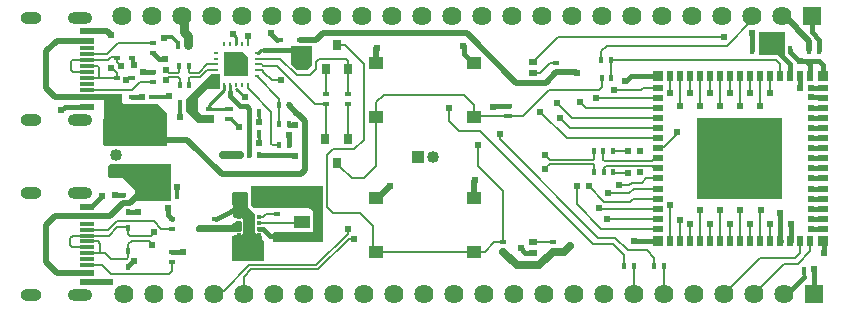
<source format=gtl>
G04*
G04 #@! TF.GenerationSoftware,Altium Limited,Altium Designer,24.7.2 (38)*
G04*
G04 Layer_Physical_Order=1*
G04 Layer_Color=255*
%FSLAX25Y25*%
%MOIN*%
G70*
G04*
G04 #@! TF.SameCoordinates,4F91C874-3C4E-4DED-96D1-C94EC6773432*
G04*
G04*
G04 #@! TF.FilePolarity,Positive*
G04*
G01*
G75*
%ADD13C,0.00600*%
%ADD18R,0.02165X0.01772*%
%ADD19R,0.05118X0.04331*%
%ADD20R,0.01772X0.02165*%
%ADD21R,0.02756X0.02362*%
%ADD22R,0.02756X0.01378*%
%ADD23R,0.01378X0.02756*%
%ADD24R,0.00984X0.01575*%
%ADD25R,0.05512X0.03937*%
%ADD26R,0.01575X0.01181*%
%ADD27R,0.01575X0.00984*%
%ADD28R,0.01575X0.01890*%
%ADD29R,0.01890X0.01575*%
%ADD30R,0.03150X0.03543*%
%ADD31R,0.04921X0.02362*%
%ADD32R,0.04921X0.01181*%
%ADD33R,0.05118X0.05118*%
%ADD34R,0.03543X0.01968*%
%ADD35R,0.01968X0.03543*%
%ADD36R,0.03543X0.03543*%
%ADD53C,0.01500*%
%AMCUSTOMSHAPE61*
4,1,5,0.01870,0.03248,0.01870,-0.03248,-0.01870,-0.03248,-0.01870,0.02500,-0.01122,0.03248,0.01870,0.03248,0.0*%
%ADD61CUSTOMSHAPE61*%

%AMCUSTOMSHAPE62*
4,1,5,-0.03937,-0.03937,-0.03937,0.03937,0.02362,0.03937,0.03937,0.02362,0.03937,-0.03937,-0.03937,-0.03937,0.0*%
%ADD62CUSTOMSHAPE62*%

%AMCUSTOMSHAPE63*
4,1,5,-0.02559,-0.02559,-0.02559,0.02559,0.00000,0.02559,0.02559,0.00000,0.02559,-0.02559,-0.02559,-0.02559,0.0*%
%ADD63CUSTOMSHAPE63*%

%ADD64C,0.00603*%
%ADD65C,0.02000*%
%ADD66C,0.01001*%
%ADD67C,0.01200*%
%ADD68C,0.01400*%
%ADD69C,0.01600*%
%ADD70C,0.01700*%
%ADD71C,0.02500*%
%ADD72C,0.03000*%
%ADD73C,0.00623*%
%ADD74R,0.06400X0.06400*%
%ADD75C,0.06400*%
%ADD76O,0.07087X0.03937*%
%ADD77O,0.08268X0.03937*%
%ADD78C,0.04000*%
%ADD79R,0.04000X0.04000*%
%ADD80R,0.04000X0.04000*%
%ADD81C,0.02400*%
G36*
X259900Y84100D02*
X251100D01*
Y91800D01*
X259900D01*
Y84100D01*
D02*
G37*
G36*
X102100Y80700D02*
X100700Y79300D01*
X97275D01*
X95400Y81174D01*
Y87000D01*
X102100D01*
Y80700D01*
D02*
G37*
G36*
X71500Y73037D02*
X71118Y72782D01*
X71036Y72700D01*
X67300D01*
X64200Y69600D01*
Y65137D01*
X65540Y64300D01*
X65817D01*
Y64189D01*
X69500D01*
Y61500D01*
X64200D01*
X60200Y65600D01*
X60200Y69500D01*
X68600Y77900D01*
X71500D01*
Y73037D01*
D02*
G37*
G36*
X38900Y71100D02*
Y68400D01*
X39630Y67670D01*
X50980Y67720D01*
X53800Y64900D01*
Y53900D01*
X33124D01*
X32701Y54325D01*
X32798Y71277D01*
X38723D01*
X38900Y71100D01*
D02*
G37*
G36*
X259000Y36200D02*
X230500D01*
Y63200D01*
X259000D01*
Y36200D01*
D02*
G37*
G36*
X55200Y40738D02*
Y39862D01*
Y35500D01*
X43100D01*
Y39100D01*
X39200Y43000D01*
X34900D01*
X34200Y43700D01*
Y47200D01*
X34900Y47900D01*
X55200D01*
Y40738D01*
D02*
G37*
G36*
X78693Y25285D02*
X76538D01*
Y25258D01*
X64366Y25115D01*
X63750Y25731D01*
X63750Y26913D01*
X64372Y27600D01*
X75200D01*
X77135Y28809D01*
X78693D01*
Y25285D01*
D02*
G37*
G36*
X105900Y21700D02*
X89759D01*
X89200Y22259D01*
Y24300D01*
X89200Y24300D01*
X89376Y24827D01*
X89453Y25004D01*
X89500Y25100D01*
X98602D01*
X101408Y25100D01*
X102324Y25100D01*
X102409Y25108D01*
X102564Y25173D01*
X102683Y25292D01*
X102748Y25447D01*
X102756Y25532D01*
Y31468D01*
X102756D01*
X102726Y31767D01*
X102498Y32319D01*
X102075Y32742D01*
X101523Y32970D01*
X101224Y33000D01*
X100500Y33000D01*
X82800Y33000D01*
X82020Y33780D01*
Y35100D01*
X82013Y35134D01*
X82017Y35168D01*
X82000Y35428D01*
Y40500D01*
X105900D01*
Y21700D01*
D02*
G37*
G36*
X80800Y38100D02*
X81000Y35100D01*
Y33303D01*
X83113Y31191D01*
Y28809D01*
Y26841D01*
Y24872D01*
X83389D01*
X86400Y22230D01*
Y15600D01*
X75700D01*
Y23700D01*
X77081Y24265D01*
X78693D01*
X79083Y24343D01*
X79414Y24564D01*
X79635Y24895D01*
X79713Y25285D01*
Y28809D01*
X79635Y29200D01*
X79414Y29530D01*
X79083Y29751D01*
X78693Y29829D01*
X77135D01*
X77052Y29812D01*
X76967Y29815D01*
X76859Y29774D01*
X76745Y29751D01*
X76698Y29720D01*
X75922Y30022D01*
X75700Y38100D01*
X76200Y38600D01*
X80300D01*
X80800Y38100D01*
D02*
G37*
D13*
X107385Y33429D02*
Y50899D01*
X109214Y52728D01*
X107385Y33429D02*
X109214Y31600D01*
X87200Y28084D02*
X100416D01*
X84553D02*
X87200D01*
X86800Y31000D02*
X90500D01*
X84500Y30000D02*
X84591Y30091D01*
X85891D01*
X86800Y31000D01*
X109214Y31600D02*
X118191D01*
X109214Y52728D02*
X116396D01*
X97100Y77600D02*
X101700D01*
X103745Y79645D02*
Y81893D01*
X101700Y77600D02*
X103745Y79645D01*
Y81893D02*
X104624Y82772D01*
X91732Y82968D02*
X97100Y77600D01*
X83890Y82968D02*
X86300D01*
X91732D01*
X114300Y79500D02*
Y82000D01*
X113528Y82772D02*
X114300Y82000D01*
X104624Y82772D02*
X113528D01*
X114300Y71075D02*
Y79500D01*
X122691Y19612D02*
Y27100D01*
X118191Y31600D02*
X122691Y27100D01*
Y19612D02*
X123661Y18642D01*
X156339D01*
X116396Y52728D02*
X119602Y55935D01*
Y81098D01*
X119700Y43100D02*
X123661Y47061D01*
Y63642D01*
X111535Y46854D02*
X111732D01*
X115486Y43100D02*
X119700D01*
X110460Y47929D02*
Y48126D01*
Y47929D02*
X111535Y46854D01*
X111732D02*
X115486Y43100D01*
X110560Y87374D02*
X113326D01*
X119602Y81098D01*
X162875Y21675D02*
X165800D01*
X159842Y18642D02*
X162875Y21675D01*
X156339Y18642D02*
X159842D01*
X157500Y47200D02*
Y54300D01*
X165800Y21675D02*
Y38900D01*
X157500Y47200D02*
X165800Y38900D01*
X52035Y26300D02*
X55700D01*
X37168Y28846D02*
X49489D01*
X34250Y25929D02*
X37168Y28846D01*
X27264Y25929D02*
X34250D01*
X49489Y28846D02*
X52035Y26300D01*
X83890Y81000D02*
X85579D01*
X90679Y80639D02*
X98009Y73309D01*
X85939Y80639D02*
X90679D01*
X85579Y81000D02*
X85939Y80639D01*
X103375Y67925D02*
X106800D01*
X98009Y73291D02*
X103375Y67925D01*
X98009Y73291D02*
Y73309D01*
X27264Y72602D02*
X42256D01*
X44979Y75325D01*
X49200D01*
X37435Y88000D02*
X49200D01*
X33849Y84413D02*
X37435Y88000D01*
X27264Y84413D02*
X33849D01*
X80937Y73063D02*
Y74110D01*
X82300Y71700D02*
X88700Y65300D01*
X80937Y73063D02*
X82300Y71700D01*
X88700Y54586D02*
Y65300D01*
X35400Y11100D02*
X54600D01*
X55700Y12200D02*
Y15325D01*
X54600Y11100D02*
X55700Y12200D01*
X164859Y56041D02*
X197600Y23300D01*
X164800Y57800D02*
X164859Y57741D01*
Y56041D02*
Y57741D01*
X123661Y63642D02*
Y68361D01*
X106800Y71075D02*
Y79480D01*
X106820Y79500D01*
X114300Y56100D02*
Y67925D01*
X114200Y56000D02*
X114300Y56100D01*
X106720Y56000D02*
X106800Y56080D01*
Y67925D01*
X88800Y75700D02*
X91800D01*
X86300Y78200D02*
X88800Y75700D01*
X217445Y53043D02*
X217929Y53527D01*
X219460D02*
X223532Y57599D01*
X217929Y53527D02*
X219460D01*
X223532Y57599D02*
Y58132D01*
X223800Y58400D01*
X204500Y40700D02*
X207944D01*
X208901Y41657D01*
X212300D01*
X213647Y43003D02*
X217445D01*
X212300Y41657D02*
X213647Y43003D01*
X239500Y4500D02*
X251500Y16500D01*
X263272D01*
X265083Y18311D01*
X85469Y79031D02*
X86300Y78200D01*
X190600Y34400D02*
Y40400D01*
Y34400D02*
X198729Y26271D01*
X194500Y40400D02*
X199600Y35300D01*
X208201D01*
X27264Y14118D02*
X32382D01*
X35400Y11100D01*
X187211Y56389D02*
X217445D01*
X178300Y65300D02*
X187211Y56389D01*
X217432Y69787D02*
X217445Y69775D01*
X196913Y69787D02*
X217432D01*
X196900Y69800D02*
X196913Y69787D01*
X184000Y68000D02*
X188959Y63041D01*
X217404D01*
X217445Y63082D01*
X184900Y63000D02*
X188165Y59735D01*
X184900Y63000D02*
Y63200D01*
X188165Y59735D02*
X217445D01*
X175800Y21740D02*
X175833Y21708D01*
X182667D01*
X182700Y21675D01*
X265083Y18311D02*
Y22137D01*
X249500Y4500D02*
X259500Y14500D01*
X264100D01*
X268429Y18829D02*
Y22137D01*
X264100Y14500D02*
X268429Y18829D01*
X158382Y58700D02*
X195782Y21300D01*
X151300Y58700D02*
X158382D01*
X148000Y62000D02*
X151300Y58700D01*
X195782Y21300D02*
X202553D01*
X206227Y17627D01*
X148000Y62000D02*
Y66400D01*
X172640Y63827D02*
X181413Y72600D01*
X198000D01*
X198825Y73425D01*
Y76500D01*
X167700Y63827D02*
X172640D01*
X156524D02*
X167700D01*
X156339Y63642D02*
X156524Y63827D01*
X126100Y70800D02*
X153000D01*
X123661Y68361D02*
X126100Y70800D01*
X156200Y63780D02*
Y67600D01*
Y63780D02*
X156339Y63642D01*
X153000Y70800D02*
X156200Y67600D01*
X83890Y79031D02*
X85469D01*
X83890Y77063D02*
X84108D01*
X84177Y76994D01*
Y76776D02*
Y76994D01*
Y76776D02*
X91325Y69627D01*
Y67500D02*
Y69627D01*
Y67500D02*
X91338Y67487D01*
X201925Y76550D02*
Y82450D01*
Y76550D02*
X201975Y76500D01*
X201875Y82500D02*
X201925Y82450D01*
X198725Y85525D02*
X200500Y87300D01*
X198725Y82500D02*
Y85525D01*
X249000Y95682D02*
Y97000D01*
X240618Y87300D02*
X249000Y95682D01*
X200500Y87300D02*
X240618D01*
X258390Y77255D02*
Y81010D01*
X256900Y82500D02*
X258390Y81010D01*
X201875Y82500D02*
X256900D01*
X89286Y54000D02*
X91425D01*
X88700Y54586D02*
X89286Y54000D01*
X91338Y61013D02*
X91350Y61000D01*
X91338Y61013D02*
Y67487D01*
X175997Y81870D02*
X184127Y90000D01*
X239500D01*
X219469Y4531D02*
Y13906D01*
X219437Y13937D02*
X219469Y13906D01*
Y4531D02*
X219500Y4500D01*
X209475Y4525D02*
Y13675D01*
X209450Y13700D02*
X209475Y13675D01*
Y4525D02*
X209500Y4500D01*
X197600Y23300D02*
X203382D01*
X206227Y13773D02*
Y17627D01*
Y13773D02*
X206300Y13700D01*
X203382Y23300D02*
X207682Y19000D01*
X213800D01*
X216288Y13937D02*
Y16512D01*
X213800Y19000D02*
X216288Y16512D01*
X80945Y87898D02*
Y90345D01*
X80937Y87890D02*
X80945Y87898D01*
Y90345D02*
X80982Y90382D01*
X209211Y36310D02*
X217445D01*
X208201Y35300D02*
X209211Y36310D01*
X198000Y33000D02*
X198018Y32982D01*
X217427D01*
X198729Y26271D02*
X217445D01*
X191500Y68500D02*
X193572Y66428D01*
X217445D01*
X203000Y72500D02*
X203020Y72480D01*
X211799D01*
X221557Y71622D02*
Y77233D01*
X175800Y81870D02*
X175997D01*
X211799Y72480D02*
X212440Y73121D01*
X217445D01*
X178130Y78130D02*
X181575Y81575D01*
X183700D01*
X175800Y78130D02*
X178130D01*
X208073Y38000D02*
X209729Y39657D01*
X201000Y38000D02*
X208073D01*
X209729Y39657D02*
X217445D01*
X217427Y32982D02*
X217445Y32964D01*
X217386Y29559D02*
X217445Y29617D01*
X200559Y29559D02*
X217386D01*
X200500Y29500D02*
X200559Y29559D01*
X224963Y28963D02*
X225000Y29000D01*
X224963Y22174D02*
Y28963D01*
X221539Y22176D02*
Y33961D01*
X221500Y34000D02*
X221539Y33961D01*
X224952Y22164D02*
X224963Y22174D01*
X221539Y22176D02*
X221579Y22137D01*
X228272D02*
Y27749D01*
X255043Y22137D02*
Y27749D01*
X248350Y22137D02*
Y27749D01*
X251724Y22164D02*
Y32322D01*
X241657Y22137D02*
Y27749D01*
X245031Y22164D02*
Y32322D01*
X234965Y22137D02*
Y27749D01*
X238338Y22164D02*
Y32322D01*
X231645Y22164D02*
Y32322D01*
X228272Y71643D02*
Y77255D01*
X224898Y67070D02*
Y77228D01*
X234965Y71643D02*
Y77255D01*
X231591Y67070D02*
Y77228D01*
X241657Y71643D02*
Y77255D01*
X238284Y67070D02*
Y77228D01*
X248350Y71643D02*
Y77255D01*
X244977Y67070D02*
Y77228D01*
X251648Y67048D02*
Y77207D01*
X251600Y67000D02*
X251648Y67048D01*
Y77207D02*
X251697Y77255D01*
X255000Y71600D02*
X255022Y71622D01*
Y77233D01*
X255043Y77255D01*
D18*
X49200Y84850D02*
D03*
Y88000D02*
D03*
X98300Y89075D02*
D03*
Y85925D02*
D03*
X67900Y62925D02*
D03*
Y66075D02*
D03*
X49200Y75325D02*
D03*
Y78475D02*
D03*
X55700Y15325D02*
D03*
Y18475D02*
D03*
Y29450D02*
D03*
Y26300D02*
D03*
X165800Y18525D02*
D03*
Y21675D02*
D03*
X182700D02*
D03*
Y18525D02*
D03*
X183700Y78425D02*
D03*
Y81575D02*
D03*
X106800Y67925D02*
D03*
Y71075D02*
D03*
X90500Y31000D02*
D03*
Y34150D02*
D03*
X114300Y67925D02*
D03*
Y71075D02*
D03*
D19*
X123661Y36358D02*
D03*
X156339D02*
D03*
X123661Y18642D02*
D03*
X156339D02*
D03*
Y63642D02*
D03*
X123661D02*
D03*
X156339Y81358D02*
D03*
X123661D02*
D03*
D20*
X78177Y50798D02*
D03*
X81327D02*
D03*
D03*
X84476D02*
D03*
X61275Y74300D02*
D03*
X58125D02*
D03*
X61100Y80600D02*
D03*
X57950D02*
D03*
X91325Y67500D02*
D03*
X94475D02*
D03*
X94575Y54000D02*
D03*
X91425D02*
D03*
X94500Y61000D02*
D03*
X91350D02*
D03*
X198725Y82500D02*
D03*
X201875D02*
D03*
X201975Y76500D02*
D03*
X198825D02*
D03*
X219437Y13937D02*
D03*
X216288D02*
D03*
X199500Y45100D02*
D03*
X196350D02*
D03*
X199500D02*
D03*
X202650D02*
D03*
X209450Y13700D02*
D03*
X206300D02*
D03*
X199375Y52100D02*
D03*
X202524D02*
D03*
X196225D02*
D03*
X199375D02*
D03*
D21*
X175800Y18000D02*
D03*
Y21740D02*
D03*
Y78130D02*
D03*
Y81870D02*
D03*
D22*
X167700Y63827D02*
D03*
Y67173D02*
D03*
X74600Y66073D02*
D03*
X70400Y29447D02*
D03*
Y26100D02*
D03*
X49200Y70173D02*
D03*
Y66827D02*
D03*
X91200Y89173D02*
D03*
Y85827D02*
D03*
X74600Y62727D02*
D03*
D23*
X268027Y85700D02*
D03*
X271373D02*
D03*
X261747D02*
D03*
X258400D02*
D03*
X252200D02*
D03*
X248853D02*
D03*
X83447Y36300D02*
D03*
X80100D02*
D03*
X269673Y12000D02*
D03*
X266327D02*
D03*
X84673Y64956D02*
D03*
X81327D02*
D03*
X54053Y37600D02*
D03*
X57400D02*
D03*
X84673Y57900D02*
D03*
X81327D02*
D03*
X61673Y67800D02*
D03*
X58327D02*
D03*
X61000Y87400D02*
D03*
X57653D02*
D03*
D24*
X73071Y74118D02*
D03*
X80945D02*
D03*
X78976D02*
D03*
X77008D02*
D03*
X75039D02*
D03*
X73071Y87898D02*
D03*
X75039D02*
D03*
X77008D02*
D03*
X78976D02*
D03*
X80945D02*
D03*
D25*
X99000Y35587D02*
D03*
Y28500D02*
D03*
D26*
X77925Y30000D02*
D03*
Y28032D02*
D03*
Y26063D02*
D03*
Y24094D02*
D03*
X84500Y30000D02*
D03*
Y28032D02*
D03*
Y26063D02*
D03*
Y24094D02*
D03*
D27*
X83898Y84945D02*
D03*
Y82976D02*
D03*
Y81008D02*
D03*
Y79039D02*
D03*
Y77071D02*
D03*
X70118D02*
D03*
Y79039D02*
D03*
Y81008D02*
D03*
Y82976D02*
D03*
Y84945D02*
D03*
D28*
X40900Y13603D02*
D03*
Y18800D02*
D03*
Y31798D02*
D03*
Y26602D02*
D03*
D29*
X42400Y83300D02*
D03*
X37203D02*
D03*
Y76600D02*
D03*
X42400D02*
D03*
X37103Y70000D02*
D03*
X42300D02*
D03*
X44398Y37600D02*
D03*
X39202D02*
D03*
D30*
X106820Y79500D02*
D03*
X114300D02*
D03*
X110560Y87374D02*
D03*
X114200Y56000D02*
D03*
X106720D02*
D03*
X110460Y48126D02*
D03*
D31*
X27264Y66894D02*
D03*
Y70043D02*
D03*
Y92090D02*
D03*
Y88941D02*
D03*
Y30457D02*
D03*
Y33606D02*
D03*
Y11559D02*
D03*
Y8409D02*
D03*
D32*
Y72602D02*
D03*
Y74571D02*
D03*
Y84413D02*
D03*
Y86382D02*
D03*
Y82445D02*
D03*
Y80476D02*
D03*
Y78508D02*
D03*
Y76539D02*
D03*
Y18055D02*
D03*
Y20024D02*
D03*
Y21992D02*
D03*
Y23961D02*
D03*
Y27898D02*
D03*
Y25929D02*
D03*
Y16087D02*
D03*
Y14118D02*
D03*
D33*
X245004Y49696D02*
D03*
Y43200D02*
D03*
Y56192D02*
D03*
X251500Y49696D02*
D03*
X238508D02*
D03*
X251500Y43200D02*
D03*
X238508D02*
D03*
Y56192D02*
D03*
D34*
X272563Y73121D02*
D03*
Y69775D02*
D03*
Y66428D02*
D03*
Y63082D02*
D03*
Y59735D02*
D03*
Y56389D02*
D03*
Y53043D02*
D03*
Y49696D02*
D03*
Y46350D02*
D03*
Y43003D02*
D03*
Y39657D02*
D03*
Y36310D02*
D03*
Y32964D02*
D03*
Y29617D02*
D03*
Y26271D02*
D03*
X217445D02*
D03*
Y29617D02*
D03*
Y32964D02*
D03*
Y36310D02*
D03*
Y39657D02*
D03*
Y43003D02*
D03*
Y46350D02*
D03*
Y49696D02*
D03*
Y53043D02*
D03*
Y56389D02*
D03*
Y59735D02*
D03*
Y63082D02*
D03*
Y66428D02*
D03*
Y69775D02*
D03*
Y73121D02*
D03*
D35*
X268429Y22137D02*
D03*
X265083D02*
D03*
X261736D02*
D03*
X258390D02*
D03*
X255043D02*
D03*
X251697D02*
D03*
X248350D02*
D03*
X245004D02*
D03*
X241657D02*
D03*
X238311D02*
D03*
X234965D02*
D03*
X231618D02*
D03*
X228272D02*
D03*
X224925D02*
D03*
X221579D02*
D03*
Y77255D02*
D03*
X224925D02*
D03*
X228272D02*
D03*
X231618D02*
D03*
X234965D02*
D03*
X238311D02*
D03*
X241657D02*
D03*
X245004D02*
D03*
X248350D02*
D03*
X251697D02*
D03*
X255043D02*
D03*
X258390D02*
D03*
X261736D02*
D03*
X265083D02*
D03*
X268429D02*
D03*
D36*
X272563Y22137D02*
D03*
X217445D02*
D03*
Y77255D02*
D03*
X272563D02*
D03*
D53*
Y22137D02*
X272828Y21872D01*
Y18172D02*
Y21872D01*
Y18172D02*
X273000Y18000D01*
X49397Y84850D02*
X51275Y82972D01*
X53028D01*
X208643Y77255D02*
X217445D01*
X206572Y75428D02*
X206815D01*
X208643Y77255D01*
X163385Y67242D02*
X167769D01*
X258172Y22492D02*
X258458Y22206D01*
X42300Y70000D02*
X45500D01*
X54300Y30850D02*
Y33250D01*
Y30850D02*
X55700Y29450D01*
X28543Y33606D02*
X31765Y36828D01*
X40901Y31799D02*
X44099D01*
X40900Y13761D02*
X42730Y15591D01*
X55713Y18487D02*
X59087D01*
X18744Y65800D02*
X19837Y66894D01*
X27264D01*
X36500Y37600D02*
X39202D01*
X88694Y91112D02*
X90633Y89173D01*
X45851Y78451D02*
X49176D01*
X94575Y54000D02*
Y57625D01*
X94600Y60900D02*
X96600D01*
X217376Y22069D02*
X217445Y22137D01*
X209569Y22069D02*
X217376D01*
X209500Y22000D02*
X209569Y22069D01*
X258172Y22492D02*
Y31328D01*
X171828Y19769D02*
X173328Y18269D01*
X175668D01*
X264618Y8493D02*
X266395Y10270D01*
X260722Y4569D02*
X264618Y8465D01*
X261805Y22206D02*
Y27817D01*
X152859Y84581D02*
Y87096D01*
Y84581D02*
X156013Y81427D01*
X248853Y91553D02*
X248877Y91577D01*
X248830Y85677D02*
X248853Y85700D01*
Y91553D01*
X269000Y91700D02*
X271400Y89300D01*
X269000Y91700D02*
Y97000D01*
X271373Y85700D02*
X271400Y85727D01*
Y89300D01*
X261747Y85133D02*
X264680Y82200D01*
X261747Y85133D02*
Y85700D01*
X264680Y82200D02*
X264800D01*
X272563Y77255D02*
Y80837D01*
X271200Y82200D02*
X272563Y80837D01*
X267000Y82200D02*
X271200D01*
X267000D02*
X268429Y80771D01*
Y77255D02*
Y80771D01*
X264800Y82200D02*
X267000D01*
X265083Y73292D02*
Y77255D01*
X268600Y26271D02*
X272563D01*
X268600Y29617D02*
X272563D01*
X268600Y32964D02*
X272563D01*
X268600Y36310D02*
X272563D01*
X268600Y39657D02*
X272563D01*
X268600Y43003D02*
X272563D01*
X268600Y46350D02*
X272563D01*
X268600Y49696D02*
X272563D01*
X268600Y53043D02*
X272563D01*
X268600Y56389D02*
X272563D01*
X268600Y59735D02*
X272563D01*
X268600Y63082D02*
X272563D01*
X268600Y66428D02*
X272563D01*
X268600Y70000D02*
X272435D01*
X268600Y73121D02*
X272563D01*
X85847Y26035D02*
X88182Y23700D01*
X92400D01*
X84537Y26035D02*
X85847D01*
X84500Y21244D02*
Y23590D01*
Y21244D02*
X84700Y21044D01*
Y20800D02*
Y21044D01*
X65700Y26300D02*
X65943D01*
X66144Y26100D02*
X70400D01*
X65943Y26300D02*
X66144Y26100D01*
X70400D02*
X70419Y26081D01*
X77907D01*
X77925Y26063D02*
Y28032D01*
X77907Y26081D02*
X77925Y26063D01*
X100121Y85789D02*
X101000Y84911D01*
Y81694D02*
Y84911D01*
X100036Y80730D02*
X101000Y81694D01*
X98672Y80730D02*
X100036D01*
X98500Y80558D02*
X98672Y80730D01*
X98436Y85789D02*
X100121D01*
X98300Y85925D02*
X98436Y85789D01*
X261736Y77255D02*
Y81042D01*
X258400Y84379D02*
X261736Y81042D01*
X258400Y84379D02*
Y85700D01*
Y89100D01*
X252200Y85700D02*
Y86575D01*
X254123Y88498D01*
X98251Y85876D02*
X98300Y85925D01*
X42790Y66064D02*
X43552Y66827D01*
X49200D01*
X78328Y67100D02*
X80448D01*
X75032Y70397D02*
X78328Y67100D01*
X80448D02*
X81327Y66221D01*
Y57900D02*
Y66221D01*
Y50798D02*
Y57900D01*
X75032Y70397D02*
Y71700D01*
X269673Y4673D02*
Y12000D01*
X91249Y85876D02*
X98251D01*
X87572Y85888D02*
X91139D01*
X87560Y85900D02*
X87572Y85888D01*
X86100Y85900D02*
X87560D01*
D61*
X81213Y27047D02*
D03*
D62*
X77008Y81008D02*
D03*
D63*
X251500Y56192D02*
D03*
D64*
X202624Y52200D02*
X207600D01*
X202524Y52100D02*
X202624Y52200D01*
X57685Y76749D02*
X58125Y76308D01*
X58038Y78505D02*
Y80513D01*
X57950Y80600D02*
X58038Y80513D01*
X58125Y74300D02*
Y76308D01*
X53500Y75850D02*
X53853D01*
X54752Y76749D02*
X57685D01*
X53853Y75850D02*
X54752Y76749D01*
X53500Y79050D02*
X53853D01*
X54752Y78152D01*
X57685D01*
X58038Y78505D01*
X61100Y78553D02*
Y80600D01*
X61453Y78200D02*
X64500D01*
X61100Y78553D02*
X61453Y78200D01*
X64500D02*
X67300Y81000D01*
X61187Y76444D02*
X61541Y76797D01*
X65081D01*
X61187Y74387D02*
Y76444D01*
X65081Y76797D02*
X67300Y79016D01*
X67316Y79031D01*
X70110D01*
X67300Y81000D02*
X70110D01*
X61187Y74387D02*
X61275Y74300D01*
X37203Y81798D02*
Y83300D01*
X37103Y83400D02*
X37203Y83300D01*
X35100Y83400D02*
X37103D01*
X27264Y82445D02*
X34145D01*
X35100Y83400D01*
X38472Y80529D02*
X38531D01*
X37203Y81798D02*
X38472Y80529D01*
X35704Y79800D02*
X37203Y78300D01*
X35300Y79800D02*
X35704D01*
X37203Y76600D02*
Y78300D01*
X31600Y18155D02*
X31655Y18100D01*
X33300D01*
X27309D02*
X31655D01*
X40900Y18800D02*
Y21100D01*
Y16700D02*
Y18800D01*
X27264Y18055D02*
X27309Y18100D01*
X35100Y16300D02*
X40500D01*
X33300Y18100D02*
X35100Y16300D01*
X40500D02*
X40900Y16700D01*
X31600Y18155D02*
Y21300D01*
X30908Y21992D02*
X31600Y21300D01*
X27264Y21992D02*
X30908D01*
X45368Y22300D02*
X45370Y22302D01*
X47983D02*
X49065Y21220D01*
Y20907D02*
Y21220D01*
X45370Y22302D02*
X47983D01*
X42100Y22300D02*
X45368D01*
X40900Y21100D02*
X42100Y22300D01*
X22398Y82445D02*
X27264D01*
X30724Y80476D02*
X31170Y80030D01*
Y76570D02*
Y80030D01*
Y76570D02*
X37173D01*
X27294D02*
X31170D01*
X27264Y76539D02*
X27294Y76570D01*
X37173D02*
X37203Y76600D01*
X21800Y81847D02*
X22398Y82445D01*
X21800Y79300D02*
Y81847D01*
Y79300D02*
X22592Y78508D01*
X27264D01*
Y80476D02*
X30724D01*
X41597Y23703D02*
X44787D01*
X44789Y23705D01*
X48618D01*
X49700Y24787D02*
Y25100D01*
X48618Y23705D02*
X49700Y24787D01*
X40900Y24400D02*
X41597Y23703D01*
X81879Y12684D02*
X104330D01*
X114246Y26046D02*
X114400Y26200D01*
X104330Y12684D02*
X114578Y22932D01*
X114246Y24584D02*
Y26046D01*
X116298Y22932D02*
X116330Y22900D01*
X114578Y22932D02*
X116298D01*
X103749Y14087D02*
X114246Y24584D01*
X81298Y14087D02*
X103749D01*
X72820Y5609D02*
X81298Y14087D01*
X179800Y50900D02*
X179850D01*
X179900Y46350D02*
X181448Y47899D01*
X179850Y50900D02*
X181448Y49301D01*
X195935D01*
X179900Y46300D02*
Y46350D01*
X195935Y49301D02*
X196288Y49655D01*
Y52037D01*
X195935Y47899D02*
X196350Y47483D01*
X181448Y47899D02*
X195935D01*
X196350Y45100D02*
Y47483D01*
X196225Y52100D02*
X196288Y52037D01*
X202650Y45100D02*
X202950Y44800D01*
X207600D01*
X40900Y24400D02*
Y26602D01*
X79500Y4500D02*
Y10305D01*
X81879Y12684D01*
X70609Y5609D02*
X72820D01*
X69500Y4500D02*
X70609Y5609D01*
X199425Y49275D02*
Y52300D01*
Y49275D02*
X199966Y48734D01*
X215696D01*
X199552Y45052D02*
Y46652D01*
X200211Y47311D02*
X215696D01*
X199500Y45000D02*
X199552Y45052D01*
Y46652D02*
X200211Y47311D01*
X215696D02*
X216657Y46350D01*
Y49696D02*
X217445D01*
X215696Y48734D02*
X216657Y49696D01*
Y46350D02*
X217445D01*
D65*
X90500Y34150D02*
Y39000D01*
X98728Y44500D02*
X99900Y45672D01*
Y62125D01*
X72119Y44500D02*
X98728D01*
X60719Y55900D02*
X72119Y44500D01*
X190492Y78000D02*
X190600D01*
X190067Y78425D02*
X190492Y78000D01*
X183700Y78425D02*
X190067D01*
X93577Y35120D02*
X97990D01*
X93500Y35043D02*
X93577Y35120D01*
X97990D02*
X98500Y35630D01*
X98163Y35967D02*
X98500Y35630D01*
X27264Y8409D02*
X34991D01*
X34082Y92090D02*
X35373Y90800D01*
X27264Y92090D02*
X34082D01*
X156407Y41999D02*
X156668Y42260D01*
Y42369D01*
X156407Y36427D02*
Y41999D01*
X124124Y36427D02*
X128165Y40468D01*
X123749Y81446D02*
Y86349D01*
X233246Y56146D02*
X238462D01*
X233292Y49696D02*
X238508D01*
X233292Y43200D02*
X238508D01*
X251500D02*
X256716D01*
X251500Y49696D02*
X256716D01*
X251500Y56192D02*
X256716D01*
X245004D02*
Y61408D01*
Y37984D02*
Y43200D01*
X83423Y36323D02*
X83447Y36300D01*
X83423Y36323D02*
Y39477D01*
X83400Y39500D02*
X83423Y39477D01*
X36500Y46000D02*
X36600Y46100D01*
X52600D02*
X54053Y44646D01*
X36600Y46100D02*
X52600D01*
X41611Y34813D02*
X44398Y37600D01*
X54053D01*
X39213Y34813D02*
X41611D01*
X34857Y30457D02*
X39213Y34813D01*
X27264Y30457D02*
X34857D01*
X268027Y85700D02*
Y88745D01*
X259000Y97000D02*
X259900D01*
X263800Y92972D02*
Y93100D01*
X259900Y97000D02*
X263800Y93100D01*
Y92972D02*
X268027Y88745D01*
X170301Y74949D02*
X180255D01*
X153850Y91400D02*
X170301Y74949D01*
X110300Y91400D02*
X153850D01*
X180255Y74949D02*
X183700Y78394D01*
Y78425D01*
X105879Y91400D02*
X110300D01*
X103554Y89075D02*
X105879Y91400D01*
X98300Y89075D02*
X103554D01*
X41726Y65000D02*
X42790Y66064D01*
X37203Y65000D02*
X41726D01*
X37103Y65100D02*
Y70000D01*
Y56103D02*
Y65100D01*
X37203Y65000D01*
X27323Y70102D02*
X37001D01*
X97437Y64589D02*
X99900Y62125D01*
X94475Y67500D02*
X94506D01*
X97417Y64589D01*
X97437D01*
X36900Y55900D02*
X60719D01*
X36900D02*
X37103Y56103D01*
X17141Y88941D02*
X27264D01*
X13700Y85500D02*
X17141Y88941D01*
X13700Y73072D02*
Y85500D01*
Y73072D02*
X16728Y70043D01*
X27264D01*
X54053Y37500D02*
Y44646D01*
X16557Y30457D02*
X27264D01*
X13600Y27500D02*
X16557Y30457D01*
X13600Y15300D02*
Y27500D01*
X17341Y11559D02*
X27264D01*
X13600Y15300D02*
X17341Y11559D01*
X269500Y4500D02*
X269673Y4673D01*
X269373Y4627D02*
X269500Y4500D01*
D66*
X72200Y71700D02*
X73063Y72563D01*
X68041Y67541D02*
X72200Y71700D01*
X73063Y72563D02*
Y74110D01*
X68041Y66215D02*
Y67541D01*
X67900Y66075D02*
X68041Y66215D01*
X67900Y66075D02*
X67901Y66074D01*
X74599D01*
X74600Y66073D01*
X77000Y87890D02*
Y90067D01*
X75800Y91267D02*
X77000Y90067D01*
X84687Y54713D02*
Y57887D01*
Y61813D02*
Y64942D01*
X77008Y72892D02*
X79800Y70100D01*
X75289Y62727D02*
X77900Y60116D01*
X83881Y84945D02*
X83890Y84937D01*
X75032Y71700D02*
Y74110D01*
X84168Y84937D02*
X85131Y85900D01*
X86100D01*
X83890Y84937D02*
X84168D01*
D67*
X49200Y70173D02*
X53848D01*
X54175Y70500D02*
X54500D01*
X53848Y70173D02*
X54175Y70500D01*
X57400Y37600D02*
Y40300D01*
X42745Y81280D02*
Y83113D01*
X40525Y75700D02*
X41237Y76413D01*
X42213D01*
D68*
X58338Y63462D02*
Y67789D01*
X53058Y90058D02*
X55663D01*
X57643Y88078D01*
D69*
X70400Y29447D02*
X75000Y31949D01*
X76951Y33010D01*
X77760Y32772D01*
D70*
X78141Y50763D02*
Y50800D01*
X84512Y50699D02*
X96401D01*
X84476Y50735D02*
Y50798D01*
Y50735D02*
X84512Y50699D01*
X96401D02*
X96500Y50600D01*
D71*
X182700Y18525D02*
X186425D01*
X188400Y20500D01*
X177978Y14000D02*
X182503Y18525D01*
X170522Y14000D02*
X177978D01*
X165800Y18525D02*
X165997D01*
X170522Y14000D01*
X72500Y50800D02*
X78141D01*
D72*
X59459Y91904D02*
X61000Y90363D01*
Y87400D02*
Y90363D01*
X59459Y91904D02*
Y96541D01*
X59000Y97000D02*
X59459Y96541D01*
D73*
X37300Y26700D02*
X40802D01*
X34561Y23961D02*
X37300Y26700D01*
X21600Y20700D02*
Y23100D01*
X27264Y23961D02*
X34561D01*
X21600Y23100D02*
X22461Y23961D01*
X22276Y20024D02*
X27264D01*
X40802Y26700D02*
X40900Y26602D01*
X22461Y23961D02*
X27264D01*
X21600Y20700D02*
X22276Y20024D01*
D74*
X269500Y4500D02*
D03*
X269000Y97000D02*
D03*
D75*
X259500Y4500D02*
D03*
X249500D02*
D03*
X239500D02*
D03*
X229500D02*
D03*
X219500D02*
D03*
X209500D02*
D03*
X199500D02*
D03*
X189500D02*
D03*
X179500D02*
D03*
X169500D02*
D03*
X159500D02*
D03*
X149500D02*
D03*
X139500D02*
D03*
X129500D02*
D03*
X119500D02*
D03*
X109500D02*
D03*
X99500D02*
D03*
X89500D02*
D03*
X79500D02*
D03*
X69500D02*
D03*
X59500D02*
D03*
X49500D02*
D03*
X39500D02*
D03*
X259000Y97000D02*
D03*
X249000D02*
D03*
X239000D02*
D03*
X229000D02*
D03*
X219000D02*
D03*
X209000D02*
D03*
X199000D02*
D03*
X189000D02*
D03*
X179000D02*
D03*
X169000D02*
D03*
X159000D02*
D03*
X149000D02*
D03*
X139000D02*
D03*
X129000D02*
D03*
X119000D02*
D03*
X109000D02*
D03*
X99000D02*
D03*
X89000D02*
D03*
X79000D02*
D03*
X69000D02*
D03*
X59000D02*
D03*
X49000D02*
D03*
X39000D02*
D03*
D76*
X8543Y62484D02*
D03*
Y96492D02*
D03*
Y38008D02*
D03*
Y4000D02*
D03*
D77*
X25000Y96500D02*
D03*
Y62484D02*
D03*
Y4000D02*
D03*
Y38016D02*
D03*
D78*
X36900Y45900D02*
D03*
Y50900D02*
D03*
X142500Y50000D02*
D03*
D79*
X36900Y55900D02*
D03*
D80*
X137500Y50000D02*
D03*
D81*
X273000Y18000D02*
D03*
X53200Y82800D02*
D03*
X207600Y52200D02*
D03*
X90500Y39000D02*
D03*
X74500Y78500D02*
D03*
X79000Y82000D02*
D03*
X74500D02*
D03*
X93500Y35043D02*
D03*
X206572Y75428D02*
D03*
X45500Y70000D02*
D03*
X54500Y70500D02*
D03*
X35000Y8400D02*
D03*
X57400Y40300D02*
D03*
X54300Y33250D02*
D03*
X32200Y37000D02*
D03*
X44100Y31800D02*
D03*
X42917Y15591D02*
D03*
X59100Y18500D02*
D03*
X18500Y65800D02*
D03*
X36500Y37600D02*
D03*
X75800Y91300D02*
D03*
X84700Y54700D02*
D03*
Y61800D02*
D03*
X45827Y78427D02*
D03*
X58363Y63437D02*
D03*
X43000Y80700D02*
D03*
X40200Y75700D02*
D03*
X94575Y57625D02*
D03*
X96700Y60800D02*
D03*
X52900Y89900D02*
D03*
X88522Y91621D02*
D03*
X79800Y70100D02*
D03*
X35400Y90800D02*
D03*
X77900Y60100D02*
D03*
X76951Y33010D02*
D03*
X209500Y22000D02*
D03*
X258172Y31328D02*
D03*
X128165Y40468D02*
D03*
X156668Y42369D02*
D03*
X261826Y27839D02*
D03*
X171768Y19769D02*
D03*
X162669Y66768D02*
D03*
X211500Y52000D02*
D03*
Y45000D02*
D03*
X123768Y86369D02*
D03*
X152687Y87269D02*
D03*
X233200Y56100D02*
D03*
X233246Y49650D02*
D03*
Y43154D02*
D03*
X256762Y43246D02*
D03*
Y49742D02*
D03*
Y56238D02*
D03*
X244958Y61454D02*
D03*
X245050Y37938D02*
D03*
X248300Y53100D02*
D03*
X248346Y46346D02*
D03*
X241600Y46400D02*
D03*
X248877Y91577D02*
D03*
X264800Y82200D02*
D03*
X265083Y73292D02*
D03*
X268472Y70000D02*
D03*
X268600Y32964D02*
D03*
Y36310D02*
D03*
Y29617D02*
D03*
Y59735D02*
D03*
Y46350D02*
D03*
Y53043D02*
D03*
Y73121D02*
D03*
Y66428D02*
D03*
Y56389D02*
D03*
Y26271D02*
D03*
Y63082D02*
D03*
Y39657D02*
D03*
Y43003D02*
D03*
Y49696D02*
D03*
X92400Y23700D02*
D03*
X83400Y39500D02*
D03*
X78300Y20900D02*
D03*
X84900Y17400D02*
D03*
X84700Y20800D02*
D03*
X81400Y20700D02*
D03*
X81600Y17500D02*
D03*
X78300Y17600D02*
D03*
X65700Y26300D02*
D03*
X70100Y74500D02*
D03*
X98500Y80558D02*
D03*
X96500Y50600D02*
D03*
X269600Y12900D02*
D03*
X254200Y88800D02*
D03*
X258400Y89100D02*
D03*
X110300Y91400D02*
D03*
X190600Y78000D02*
D03*
X72500Y50800D02*
D03*
X38531Y80529D02*
D03*
X35300Y79800D02*
D03*
X53500Y79050D02*
D03*
Y75850D02*
D03*
X49700Y25100D02*
D03*
X49065Y20907D02*
D03*
X114400Y26200D02*
D03*
X116330Y22900D02*
D03*
X179900Y46300D02*
D03*
X179800Y50900D02*
D03*
X207600Y44800D02*
D03*
X91800Y75700D02*
D03*
X204500Y40700D02*
D03*
X157500Y54300D02*
D03*
X164800Y57800D02*
D03*
X223800Y58400D02*
D03*
X190600Y40400D02*
D03*
X194500D02*
D03*
X196900Y69800D02*
D03*
X184900Y63200D02*
D03*
X178300Y65300D02*
D03*
X188400Y20500D02*
D03*
X148000Y66400D02*
D03*
X80982Y90382D02*
D03*
X198000Y33000D02*
D03*
X184000Y68000D02*
D03*
X191500Y68500D02*
D03*
X203000Y72500D02*
D03*
X239500Y90000D02*
D03*
X201000Y38000D02*
D03*
X200500Y29500D02*
D03*
X225000Y29000D02*
D03*
X221500Y34000D02*
D03*
X228293Y27770D02*
D03*
X221557Y71622D02*
D03*
X255065Y27770D02*
D03*
X248372D02*
D03*
X251772Y32370D02*
D03*
X241679Y27770D02*
D03*
X245079Y32370D02*
D03*
X234986Y27770D02*
D03*
X238386Y32370D02*
D03*
X231693D02*
D03*
X228250Y71622D02*
D03*
X224850Y67022D02*
D03*
X234943Y71622D02*
D03*
X231543Y67022D02*
D03*
X241636Y71622D02*
D03*
X238236Y67022D02*
D03*
X248329Y71622D02*
D03*
X244929Y67022D02*
D03*
X251600Y67000D02*
D03*
X255000Y71600D02*
D03*
M02*

</source>
